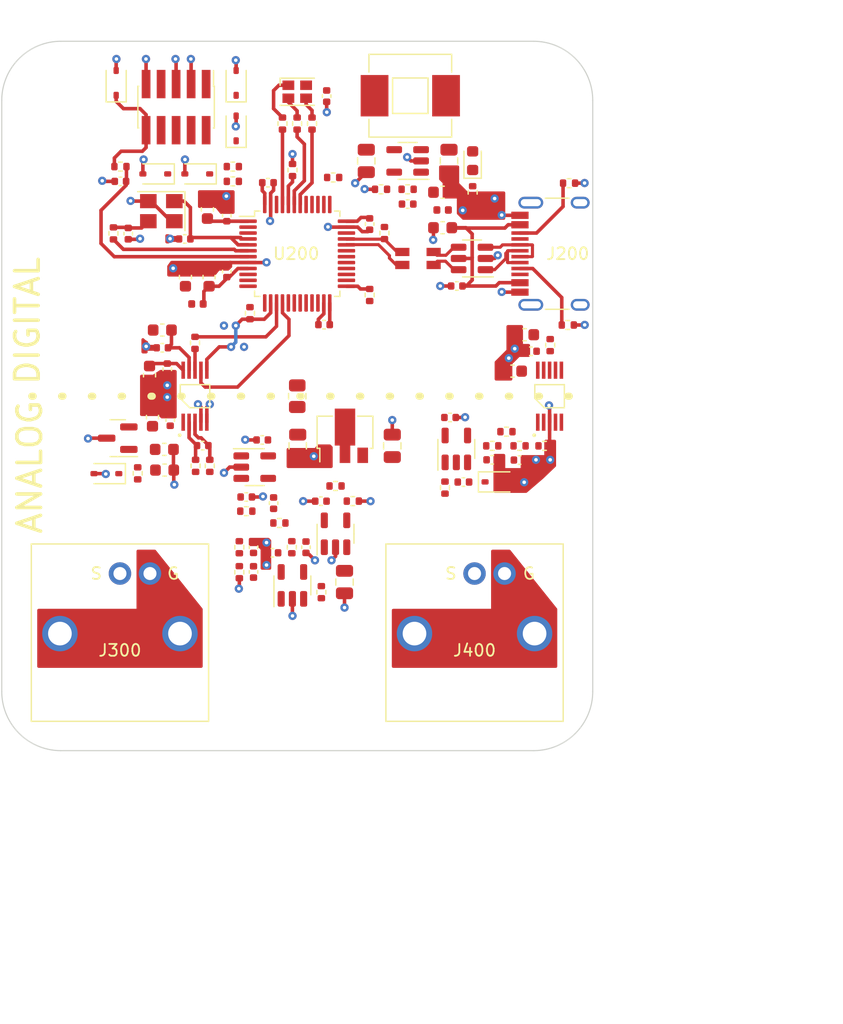
<source format=kicad_pcb>
(kicad_pcb (version 20221018) (generator pcbnew)
  (layers (0 "F.Cu" signal) (1 "In1.Cu" power) (2 "In2.Cu" power) (31 "B.Cu" signal) (34 "B.Paste" user) (35 "F.Paste" user) (36 "B.SilkS" user "B.Silkscreen") (37 "F.SilkS" user "F.Silkscreen") (38 "B.Mask" user) (39 "F.Mask" user) (44 "Edge.Cuts" user))
  (net 0 "")
  (net 1 "VBUS")
  (net 2 "GND")
  (net 3 "+5V")
  (net 4 "/Power/+5V_FILT")
  (net 5 "+3.3VA")
  (net 6 "+3V3")
  (net 7 "/Power/BUCK_FB")
  (net 8 "/Power/VREF")
  (net 9 "VDDA")
  (net 10 "/MCU/HSE_IN")
  (net 11 "/MCU/XTAL_IN")
  (net 12 "/MCU/NRST")
  (net 13 "/ADC/IN_RF")
  (net 14 "/ADC/IN_BUF")
  (net 15 "Net-(C303-Pad1)")
  (net 16 "/ADC/IN_AA_BUF_IN")
  (net 17 "Net-(C305-Pad1)")
  (net 18 "/ADC/IN_AA_BUF_OUT")
  (net 19 "/ADC/ADC_IN+")
  (net 20 "/ADC/ADC_IN-")
  (net 21 "/ADC/ADC_VREF_VIN")
  (net 22 "/ADC/ADC_VREF")
  (net 23 "/DAC/DAC_VREF")
  (net 24 "Net-(C403-Pad1)")
  (net 25 "/DAC/OUT_AA_BUF_IN")
  (net 26 "Net-(C405-Pad1)")
  (net 27 "/DAC/OUT_AA_BUF_OUT")
  (net 28 "/Power/LED_PWR_K")
  (net 29 "/MCU/LED_G_K")
  (net 30 "/MCU/LED_R_K")
  (net 31 "/MCU/LED_B_K")
  (net 32 "/MCU/CONN_SWDIO")
  (net 33 "/MCU/CONN_SWCLK")
  (net 34 "/MCU/CONN_SWO")
  (net 35 "/MCU/CONN_NRST")
  (net 36 "/ADC/IN")
  (net 37 "/DAC/OUT")
  (net 38 "/MCU/USB_CONN_CC1")
  (net 39 "/MCU/USB_CONN_D+")
  (net 40 "/MCU/USB_CONN_D-")
  (net 42 "/MCU/USB_CONN_CC2")
  (net 47 "/Power/BUCK_SW")
  (net 48 "/MCU/USB_CMC_D-")
  (net 49 "/MCU/USB_CMC_D+")
  (net 50 "/MCU/USB_D+")
  (net 51 "/MCU/USB_D-")
  (net 52 "/MCU/BOOT0")
  (net 53 "/MCU/HSE_OUT")
  (net 54 "SPI2_NSS")
  (net 55 "SPI1_NSS")
  (net 56 "/MCU/TIM4_CH3")
  (net 57 "/MCU/TIM4_CH1")
  (net 58 "/MCU/TIM4_CH2")
  (net 59 "/MCU/SWDIO")
  (net 60 "/MCU/SWCLK")
  (net 61 "/MCU/SWO")
  (net 62 "VCOM")
  (net 63 "/ADC/IN_BUF_OUT")
  (net 64 "SPI1_SCK")
  (net 65 "/ADC/ADC_SCLK")
  (net 66 "SPI2_SCK")
  (net 67 "/DAC/DAC_SCLK")
  (net 68 "/DAC/DAC_OUT_B")
  (net 69 "/DAC/DAC_OUT_A")
  (net 77 "SPI1_MISO")
  (net 81 "DAC_NCLR")
  (net 82 "DAC_NLDAC")
  (net 85 "SPI2_MOSI")
  (footprint "Capacitor_SMD:C_0402_1005Metric" (layer "F.Cu") (at 145.74 107.795 -90)
    (fp_text reference "C303")
    (fp_text value "1n")
  )
  (footprint "Capacitor_SMD:C_0805_2012Metric" (layer "F.Cu") (at 157.84 75.12 -90)
    (fp_text reference "C105")
    (fp_text value "22u")
  )
  (footprint "Resistor_SMD:R_0402_1005Metric" (layer "F.Cu") (at 143.49 105.745)
    (fp_text reference "R304")
    (fp_text value "22k")
  )
  (footprint "Capacitor_SMD:C_0402_1005Metric" (layer "F.Cu") (at 142.04 98.72 180)
    (fp_text reference "C306")
    (fp_text value "100n")
  )
  (footprint "Resistor_SMD:R_0402_1005Metric" (layer "F.Cu") (at 140.1 109.905 90)
    (fp_text reference "R301")
    (fp_text value "2M2")
  )
  (footprint "Diode_SMD:D_SOD-323" (layer "F.Cu") (at 139.83 72.37 90)
    (fp_text reference "D202")
    (fp_text value "PESD3V3L1BA,115")
  )
  (footprint "Resistor_SMD:R_0402_1005Metric" (layer "F.Cu") (at 159.84 77.77 90)
    (fp_text reference "R103")
    (fp_text value "1k")
  )
  (footprint "Package_QFP:LQFP-48_7x7mm_P0.5mm" (layer "F.Cu") (at 145 82.97)
    (fp_text reference "U200")
    (fp_text value "STM32F103CBT6")
  )
  (footprint "Capacitor_SMD:C_0402_1005Metric" (layer "F.Cu") (at 147.27 88.97 180)
    (fp_text reference "C202")
    (fp_text value "100n")
  )
  (footprint "Capacitor_SMD:C_0402_1005Metric" (layer "F.Cu") (at 142.9 108.265 180)
    (fp_text reference "C302")
    (fp_text value "100n")
  )
  (footprint "Resistor_SMD:R_0402_1005Metric" (layer "F.Cu") (at 140.69 104.745)
    (fp_text reference "R305")
    (fp_text value "12k")
  )
  (footprint "Capacitor_SMD:C_0402_1005Metric" (layer "F.Cu") (at 143 104.065 90)
    (fp_text reference "C305")
    (fp_text value "1n")
  )
  (footprint "Capacitor_SMD:C_0402_1005Metric" (layer "F.Cu") (at 130.04 76.85 180)
    (fp_text reference "C212")
    (fp_text value "100n")
  )
  (footprint "Resistor_SMD:R_0402_1005Metric" (layer "F.Cu") (at 144.54 107.795 -90)
    (fp_text reference "R303")
    (fp_text value "6k8")
  )
  (footprint "Package_TO_SOT_SMD:SOT-23-5" (layer "F.Cu") (at 148.24 106.6575 90)
    (fp_text reference "U102")
    (fp_text value "MCP6001T-E/OT")
  )
  (footprint "Resistor_SMD:R_0402_1005Metric" (layer "F.Cu") (at 162.7 98.02)
    (fp_text reference "R403")
    (fp_text value "22k")
  )
  (footprint "Resistor_SMD:R_0402_1005Metric" (layer "F.Cu") (at 130.04 75.6 180)
    (fp_text reference "R213")
    (fp_text value "49R9")
  )
  (footprint "Resistor_SMD:R_0402_1005Metric" (layer "F.Cu") (at 139.55 75.6 180)
    (fp_text reference "R211")
    (fp_text value "49R9")
  )
  (footprint "Capacitor_SMD:C_0603_1608Metric" (layer "F.Cu") (at 137.4 79.22 90)
    (fp_text reference "C200")
    (fp_text value "10u")
  )
  (footprint "Resistor_SMD:R_0402_1005Metric" (layer "F.Cu") (at 129.45 81.25 90)
    (fp_text reference "R201")
    (fp_text value "0R")
  )
  (footprint "Capacitor_SMD:C_0402_1005Metric" (layer "F.Cu") (at 139.04 79.74 90)
    (fp_text reference "C201")
    (fp_text value "100n")
  )
  (footprint "Capacitor_SMD:C_0805_2012Metric" (layer "F.Cu") (at 150.84 75.12 -90)
    (fp_text reference "C104")
    (fp_text value "22u")
  )
  (footprint "Capacitor_SMD:C_0402_1005Metric" (layer "F.Cu") (at 151.1275 80.46 -90)
    (fp_text reference "C203")
    (fp_text value "100n")
  )
  (footprint "Resistor_SMD:R_0402_1005Metric" (layer "F.Cu") (at 167.89 89)
    (fp_text reference "R205")
    (fp_text value "5k1")
  )
  (footprint "Resistor_SMD:R_0402_1005Metric" (layer "F.Cu") (at 146.25 71.96 90)
    (fp_text reference "R207")
    (fp_text value "1k")
  )
  (footprint "Capacitor_SMD:C_0603_1608Metric" (layer "F.Cu") (at 137.54 84.945 90)
    (fp_text reference "C206")
    (fp_text value "1u")
  )
  (footprint "Capacitor_SMD:C_0603_1608Metric" (layer "F.Cu") (at 164.235 89.82 180)
    (fp_text reference "C400")
    (fp_text value "10u")
  )
  (footprint "Resistor_SMD:R_0805_2012Metric" (layer "F.Cu") (at 145 95.02 90)
    (fp_text reference "R100")
    (fp_text value "10R")
  )
  (footprint "Connector_PinHeader_1.27mm:PinHeader_2x05_P1.27mm_Vertical_SMD" (layer "F.Cu") (at 134.75 70.57 -90)
    (fp_text reference "J201")
    (fp_text value "2x5 1.27mm")
  )
  (footprint "Capacitor_SMD:C_0402_1005Metric" (layer "F.Cu") (at 158.5 85.7 180)
    (fp_text reference "C210")
    (fp_text value "100n")
  )
  (footprint "LED_SMD:LED_0603_1608Metric" (layer "F.Cu") (at 159.84 75.1 90)
    (fp_text reference "D100")
    (fp_text value "GREEN")
  )
  (footprint "Capacitor_SMD:C_0402_1005Metric" (layer "F.Cu") (at 130.7 81.27 -90)
    (fp_text reference "C209")
    (fp_text value "10p")
  )
  (footprint "Resistor_SMD:R_0402_1005Metric" (layer "F.Cu") (at 136.4 100.91 -90)
    (fp_text reference "R306")
    (fp_text value "1k")
  )
  (footprint "Connector_USB:USB_C_Receptacle_HRO_TYPE-C-31-M-12" (layer "F.Cu") (at 167.89 82.97 90)
    (fp_text reference "J200")
    (fp_text value "USB_C_Receptacle_USB2.0")
  )
  (footprint "Resistor_SMD:R_0402_1005Metric" (layer "F.Cu") (at 140.1 107.795 90)
    (fp_text reference "R300")
    (fp_text value "1k")
  )
  (footprint "PhilsLab_Footprints_KiCad6:AMPHENOL-BNC-031-5640-1010" (layer "F.Cu") (at 160 110.02 180)
    (fp_text reference "J400")
    (fp_text value "031-5640-1010")
  )
  (footprint "Package_TO_SOT_SMD:SOT-23-5" (layer "F.Cu") (at 154.34 75.12 180)
    (fp_text reference "U101")
    (fp_text value "TLV62569DBV")
  )
  (footprint "Package_TO_SOT_SMD:SOT-23-5" (layer "F.Cu") (at 158.46 99.4825 90)
    (fp_text reference "U401")
    (fp_text value "MCP6001T-E/OT")
  )
  (footprint "PhilsLab_Footprints_KiCad6:MWSA0603S" (layer "F.Cu") (at 154.565 69.605)
    (fp_text reference "L101")
    (fp_text value "15u")
  )
  (footprint "Resistor_SMD:R_0402_1005Metric" (layer "F.Cu") (at 136.35 90.51 -90)
    (fp_text reference "R309")
    (fp_text value "0R")
  )
  (footprint "Capacitor_SMD:C_0805_2012Metric" (layer "F.Cu") (at 153.04 99.22 90)
    (fp_text reference "C103")
    (fp_text value "22u")
  )
  (footprint "Crystal:Crystal_SMD_3225-4Pin_3.2x2.5mm" (layer "F.Cu") (at 133.5 79.37 180)
    (fp_text reference "Y200")
    (fp_text value "16MHz")
  )
  (footprint "Capacitor_SMD:C_0402_1005Metric" (layer "F.Cu") (at 137 99.2)
    (fp_text reference "C307")
    (fp_text value "150p")
  )
  (footprint "Resistor_SMD:R_0402_1005Metric" (layer "F.Cu") (at 149.7 103.895 180)
    (fp_text reference "R105")
    (fp_text value "1k")
  )
  (footprint "Resistor_SMD:R_0402_1005Metric" (layer "F.Cu") (at 166.4 90.7 -90)
    (fp_text reference "R400")
    (fp_text value "0R")
  )
  (footprint "Capacitor_SMD:C_0603_1608Metric" (layer "F.Cu") (at 132.5025 93.245 -90)
    (fp_text reference "C312")
    (fp_text value "10u")
  )
  (footprint "Capacitor_SMD:C_0402_1005Metric" (layer "F.Cu") (at 161.5 100.4)
    (fp_text reference "C404")
    (fp_text value "150p")
  )
  (footprint "Package_TO_SOT_SMD:SOT-23" (layer "F.Cu") (at 129.815 98.57 180)
    (fp_text reference "U302")
    (fp_text value "REF3033AIDBZT")
  )
  (footprint "Resistor_SMD:R_0402_1005Metric" (layer "F.Cu") (at 151.1275 86.46 90)
    (fp_text reference "R202")
    (fp_text value "10k")
  )
  (footprint "Capacitor_SMD:C_0603_1608Metric" (layer "F.Cu") (at 157.3 80.77 180)
    (fp_text reference "C100")
    (fp_text value "1u")
  )
  (footprint "Capacitor_SMD:C_0805_2012Metric" (layer "F.Cu") (at 145.04 99.22 -90)
    (fp_text reference "C102")
    (fp_text value "22u")
  )
  (footprint "Capacitor_SMD:C_0402_1005Metric" (layer "F.Cu") (at 134.0025 92.74 -90)
    (fp_text reference "C313")
    (fp_text value "100n")
  )
  (footprint "Diode_SMD:D_SOD-323" (layer "F.Cu") (at 139.83 68.52 90)
    (fp_text reference "D201")
    (fp_text value "PESD3V3L1BA,115")
  )
  (footprint "Capacitor_SMD:C_0402_1005Metric" (layer "F.Cu") (at 133.584229 90.925838 180)
    (fp_text reference "C314")
    (fp_text value "100n")
  )
  (footprint "MountingHole:MountingHole_3.2mm_M3" (layer "F.Cu") (at 165 70)
    (fp_text reference "H2")
    (fp_text value "MountingHole")
  )
  (footprint "Diode_SMD:D_SOD-323" (layer "F.Cu") (at 128.8525 101.57 180)
    (fp_text reference "D300")
    (fp_text value "PESD3V3L1BA,115")
  )
  (footprint "Diode_SMD:D_SOD-323" (layer "F.Cu") (at 132.99 76.22 180)
    (fp_text reference "D204")
    (fp_text value "PESD3V3L1BA,115")
  )
  (footprint "Diode_SMD:D_SOD-323" (layer "F.Cu") (at 161.94 102.27)
    (fp_text reference "D400")
    (fp_text value "PESD3V3L1BA,115")
  )
  (footprint "Capacitor_SMD:C_0603_1608Metric" (layer "F.Cu") (at 157.3 77.77)
    (fp_text reference "C101")
    (fp_text value "1u")
  )
  (footprint "Capacitor_SMD:C_0402_1005Metric" (layer "F.Cu") (at 147 103.9 180)
    (fp_text reference "C108")
    (fp_text value "100n")
  )
  (footprint "MountingHole:MountingHole_3.2mm_M3" (layer "F.Cu") (at 125 70)
    (fp_text reference "H1")
    (fp_text value "MountingHole")
  )
  (footprint "Package_TO_SOT_SMD:SOT-23-5" (layer "F.Cu") (at 141.4025 101.02)
    (fp_text reference "U301")
    (fp_text value "MCP6001T-E/OT")
  )
  (footprint "Resistor_SMD:R_0402_1005Metric" (layer "F.Cu") (at 141 88 -90)
    (fp_text reference "R203")
    (fp_text value "10k")
  )
  (footprint "Capacitor_SMD:C_0402_1005Metric" (layer "F.Cu") (at 147.49 69.64 -90)
    (fp_text reference "C211")
    (fp_text value "100n")
  )
  (footprint "Capacitor_SMD:C_0603_1608Metric" (layer "F.Cu") (at 132.7525 96.785 90)
    (fp_text reference "C310")
    (fp_text value "10u")
  )
  (footprint "Capacitor_SMD:C_0603_1608Metric" (layer "F.Cu") (at 133.7775 101.27)
    (fp_text reference "C308")
    (fp_text value "10u")
  )
  (footprint "Resistor_SMD:R_0402_1005Metric" (layer "F.Cu") (at 131.5025 101.545 -90)
    (fp_text reference "R308")
    (fp_text value "49R9")
  )
  (footprint "Resistor_SMD:R_0402_1005Metric" (layer "F.Cu") (at 163.81 99.22)
    (fp_text reference "R402")
    (fp_text value "6k8")
  )
  (footprint "Resistor_SMD:R_0402_1005Metric" (layer "F.Cu") (at 144.99 71.96 90)
    (fp_text reference "R209")
    (fp_text value "1k")
  )
  (footprint "Inductor_SMD:L_0402_1005Metric" (layer "F.Cu") (at 136.555 87.22 180)
    (fp_text reference "L200")
    (fp_text value "10n")
  )
  (footprint "Resistor_SMD:R_0402_1005Metric" (layer "F.Cu") (at 139.55 76.85 180)
    (fp_text reference "R212")
    (fp_text value "49R9")
  )
  (footprint "Resistor_SMD:R_0402_1005Metric" (layer "F.Cu") (at 152.3775 81.22 -90)
    (fp_text reference "R204")
    (fp_text value "1k5")
  )
  (footprint "Resistor_SMD:R_0402_1005Metric" (layer "F.Cu") (at 144.6 75.89 90)
    (fp_text reference "R200")
    (fp_text value "10k")
  )
  (footprint "Capacitor_SMD:C_0402_1005Metric" (layer "F.Cu") (at 154.34 78.77 180)
    (fp_text reference "C106")
    (fp_text value "DNP")
  )
  (footprint "Capacitor_SMD:C_0402_1005Metric" (layer "F.Cu") (at 157.93 96.82)
    (fp_text reference "C406")
    (fp_text value "100n")
  )
  (footprint "Capacitor_SMD:C_0603_1608Metric" (layer "F.Cu") (at 133.584229 89.425838 180)
    (fp_text reference "C315")
    (fp_text value "10u")
  )
  (footprint "Capacitor_SMD:C_0402_1005Metric" (layer "F.Cu") (at 164.77 91.22 180)
    (fp_text reference "C401")
    (fp_text value "100n")
  )
  (footprint "Resistor_SMD:R_0402_1005Metric" (layer "F.Cu") (at 165.92 99.22)
    (fp_text reference "R401")
    (fp_text value "10k")
  )
  (footprint "Capacitor_SMD:C_0402_1005Metric" (layer "F.Cu") (at 141.3 109.885 90)
    (fp_text reference "C301")
    (fp_text value "100n")
  )
  (footprint "MountingHole:MountingHole_3.2mm_M3" (layer "F.Cu") (at 145 120)
    (fp_text reference "H3")
    (fp_text value "MountingHole")
  )
  (footprint "Capacitor_SMD:C_0402_1005Metric" (layer "F.Cu") (at 142.52 76.96)
    (fp_text reference "C204")
    (fp_text value "100n")
  )
  (footprint "PhilsLab_Footprints_KiCad6:VSSOP-10" (layer "F.Cu") (at 166.35 95.02)
    (fp_text reference "U400")
    (fp_text value "DAC7563SDGSR")
  )
  (footprint "Capacitor_SMD:C_0402_1005Metric" (layer "F.Cu") (at 163.81 100.42)
    (fp_text reference "C403")
    (fp_text value "1n")
  )
  (footprint "PhilsLab_Footprints_KiCad6:VSSOP-10" (layer "F.Cu") (at 136.35 95.02)
    (fp_text reference "U303")
    (fp_text value "ADC141S626CIMM_NOPB")
  )
  (footprint "Resistor_SMD:R_0402_1005Metric" (layer "F.Cu") (at 157.5 102.7525 90)
    (fp_text reference "R405")
    (fp_text value "49R9")
  )
  (footprint "Capacitor_SMD:C_0402_1005Metric" (layer "F.Cu") (at 159.06 102.2825 180)
    (fp_text reference "C405")
    (fp_text value "1n")
  )
  (footprint "Capacitor_SMD:C_0603_1608Metric" (layer "F.Cu") (at 135.54 84.945 90)
    (fp_text reference "C207")
    (fp_text value "1u")
  )
  (footprint "Capacitor_SMD:C_0402_1005Metric" (layer "F.Cu") (at 141.3 107.795 90)
    (fp_text reference "C300")
    (fp_text value "150p")
  )
  (footprint "Capacitor_SMD:C_0805_2012Metric" (layer "F.Cu") (at 149 110.74 -90)
    (fp_text reference "C107")
    (fp_text value "22u")
  )
  (footprint "PhilsLab_Footprints_KiCad6:CMC-1206" (layer "F.Cu") (at 155.215 83.37 180)
    (fp_text reference "L201")
    (fp_text value "CMF3216F-900-2P-T")
  )
  (footprint "Capacitor_SMD:C_0402_1005Metric" (layer "F.Cu") (at 139.04 84.47 90)
    (fp_text reference "C205")
    (fp_text value "10n")
  )
  (footprint "Package_TO_SOT_SMD:SOT-89-3" (layer "F.Cu") (at 149.04 98.07 90)
    (fp_text reference "U100")
    (fp_text value "HT7533-1")
  )
  (footprint "Resistor_SMD:R_0402_1005Metric" (layer "F.Cu") (at 152.09 77.52)
    (fp_text reference "R102")
    (fp_text value "22k")
  )
  (footprint "1_Jayce_General:LED_Cree-PLCC4_2x2mm_CW" (layer "F.Cu") (at 145 69.27)
    (fp_text reference "D200")
    (fp_text value "LED_RGB_E6C1206RGBC3UDA")
  )
  (footprint "Resistor_SMD:R_0402_1005Metric" (layer "F.Cu") (at 154.34 77.52)
    (fp_text reference "R101")
    (fp_text value "100k")
  )
  (footprint "Resistor_SMD:R_0402_1005Metric" (layer "F.Cu") (at 148.24 102.615 180)
    (fp_text reference "R104")
    (fp_text value "1k")
  )
  (footprint "Capacitor_SMD:C_0603_1608Metric" (layer "F.Cu") (at 163.21 92.9 180)
    (fp_text reference "C402")
    (fp_text value "1u")
  )
  (footprint "Resistor_SMD:R_0402_1005Metric" (layer "F.Cu") (at 143.75 71.96 90)
    (fp_text reference "R208")
    (fp_text value "1k")
  )
  (footprint "Resistor_SMD:R_0402_1005Metric" (layer "F.Cu") (at 137.6 100.91 -90)
    (fp_text reference "R307")
    (fp_text value "1k")
  )
  (footprint "Resistor_SMD:R_0402_1005Metric" (layer "F.Cu") (at 148.04 76.52 180)
    (fp_text reference "R210")
    (fp_text value "49R9")
  )
  (footprint "Capacitor_SMD:C_0402_1005Metric" (layer "F.Cu") (at 140.69 103.545)
    (fp_text reference "C304")
    (fp_text value "150p")
  )
  (footprint "Resistor_SMD:R_0402_1005Metric" (layer "F.Cu") (at 161.5 99.22)
    (fp_text reference "R404")
    (fp_text value "12k")
  )
  (footprint "Package_TO_SOT_SMD:SOT-23-6" (layer "F.Cu") (at 159.79 83.37 180)
    (fp_text reference "U201")
    (fp_text value "USBLC6-2SC6")
  )
  (footprint "Resistor_SMD:R_0402_1005Metric" (layer "F.Cu") (at 168 77)
    (fp_text reference "R206")
    (fp_text value "5k1")
  )
  (footprint "Capacitor_SMD:C_0603_1608Metric" (layer "F.Cu") (at 133.7525 99.52)
    (fp_text reference "C309")
    (fp_text value "10u")
  )
  (footprint "Capacitor_SMD:C_0402_1005Metric" (layer "F.Cu") (at 135.48 81.72 180)
    (fp_text reference "C208")
    (fp_text value "10p")
  )
  (footprint "Package_TO_SOT_SMD:SOT-23-5" (layer "F.Cu") (at 144.59 111.025 90)
    (fp_text reference "U300")
    (fp_text value "MCP6001T-E/OT")
  )
  (footprint "Diode_SMD:D_SOD-323" (layer "F.Cu") (at 129.68 68.52 90)
    (fp_text reference "D205")
    (fp_text value "PESD3V3L1BA,115")
  )
  (footprint "Resistor_SMD:R_0402_1005Metric" (layer "F.Cu") (at 147.04 111.595 90)
    (fp_text reference "R302")
    (fp_text value "2M2")
  )
  (footprint "PhilsLab_Footprints_KiCad6:AMPHENOL-BNC-031-5640-1010" (layer "F.Cu") (at 130 110.02 180)
    (fp_text reference "J300")
    (fp_text value "031-5640-1010")
  )
  (footprint "Inductor_SMD:L_0402_1005Metric" (layer "F.Cu") (at 157.3 79.27 180)
    (fp_text reference "L100")
    (fp_text value "10n")
  )
  (footprint "Capacitor_SMD:C_0402_1005Metric" (layer "F.Cu") (at 134.2525 97.04 90)
    (fp_text reference "C311")
    (fp_text value "100n")
  )
  (footprint "Diode_SMD:D_SOD-323" (layer "F.Cu") (at 136.54 76.22 180)
    (fp_text reference "D203")
    (fp_text value "PESD3V3L1BA,115")
  )
  (gr_line (start 122.54 95.02) (end 168.54 95.02) (stroke (width 0.6) (type dot)) (layer "F.SilkS"))
  (gr_line (start 170 120) (end 170 70) (stroke (width 0.1)) (layer "Edge.Cuts"))
  (gr_arc (start 165 65) (mid 168.535534 66.464466) (end 170 70) (stroke (width 0.1)) (layer "Edge.Cuts"))
  (gr_arc (start 170 120) (mid 168.535534 123.535534) (end 165 125) (stroke (width 0.1)) (layer "Edge.Cuts"))
  (gr_line (start 165 65) (end 125 65) (stroke (width 0.1)) (layer "Edge.Cuts"))
  (gr_arc (start 125 125) (mid 121.464466 123.535534) (end 120 120) (stroke (width 0.1)) (layer "Edge.Cuts"))
  (gr_arc (start 120 70) (mid 121.464466 66.464466) (end 125 65) (stroke (width 0.1)) (layer "Edge.Cuts"))
  (gr_line (start 120 70) (end 120 120) (stroke (width 0.1)) (layer "Edge.Cuts"))
  (gr_line (start 125 125) (end 165 125) (stroke (width 0.1)) (layer "Edge.Cuts"))
  (gr_text "DIGITAL" (at 123.34 94.22 90) (layer "F.SilkS") (effects (font (size 2 2) (thickness 0.3)) (justify left bottom)))
  (gr_text "ANALOG" (at 123.54 106.82 90) (layer "F.SilkS") (effects (font (size 2 2) (thickness 0.3)) (justify left bottom)))
  (segment (start 162.09005 85.42) (end 161.81005 85.7) (width 0.3) (layer "F.Cu") (net 1))
  (segment (start 158.105 80.8) (end 158.075 80.77) (width 0.3) (layer "F.Cu") (net 1))
  (segment (start 162.8475 80.52) (end 162.5675 80.8) (width 0.3) (layer "F.Cu") (net 1))
  (segment (start 159.8 81.3) (end 159.8 85.2) (width 0.3) (layer "F.Cu") (net 1))
  (segment (start 158.6525 83.37) (end 159.73 83.37) (width 0.3) (layer "F.Cu") (net 1))
  (segment (start 163.845 80.52) (end 162.8475 80.52) (width 0.3) (layer "F.Cu") (net 1))
  (segment (start 159.27 80.77) (end 159.8 81.3) (width 0.3) (layer "F.Cu") (net 1))
  (segment (start 163.845 85.42) (end 162.09005 85.42) (width 0.3) (layer "F.Cu") (net 1))
  (segment (start 159.73 83.37) (end 159.8 83.3) (width 0.3) (layer "F.Cu") (net 1))
  (segment (start 161.81005 85.7) (end 159.3 85.7) (width 0.3) (layer "F.Cu") (net 1))
  (segment (start 159.8 85.2) (end 159.3 85.7) (width 0.3) (layer "F.Cu") (net 1))
  (segment (start 162.5675 80.8) (end 158.105 80.8) (width 0.3) (layer "F.Cu") (net 1))
  (segment (start 159.3 85.7) (end 158.95 85.7) (width 0.3) (layer "F.Cu") (net 1))
  (segment (start 158.075 80.77) (end 159.27 80.77) (width 0.3) (layer "F.Cu") (net 1))
  (segment (start 127.33 98.57) (end 127.3 98.6) (width 0.3) (layer "F.Cu") (net 2))
  (segment (start 169.31 89) (end 169.32 88.99) (width 0.3) (layer "F.Cu") (net 2))
  (segment (start 147.25 88.05) (end 146.79 88.51) (width 0.3) (layer "F.Cu") (net 2))
  (segment (start 140.8375 83.72) (end 142.38 83.72) (width 0.3) (layer "F.Cu") (net 2))
  (segment (start 150.21 103.895) (end 151.195 103.895) (width 0.3) (layer "F.Cu") (net 2))
  (segment (start 153.04 98.27) (end 153.04 97.04) (width 0.3) (layer "F.Cu") (net 2))
  (segment (start 139.28 101.02) (end 138.8 101.5) (width 0.3) (layer "F.Cu") (net 2))
  (segment (start 168.4 89) (end 169.31 89) (width 0.3) (layer "F.Cu") (net 2))
  (segment (start 134.32 80.22) (end 132.62 78.52) (width 0.3) (layer "F.Cu") (net 2))
  (segment (start 149.1625 80.72) (end 150.12 80.72) (width 0.3) (layer "F.Cu") (net 2))
  (segment (start 143 77.6) (end 143 76.96) (width 0.3) (layer "F.Cu") (net 2))
  (segment (start 169.3 77) (end 169.31 76.99) (width 0.3) (layer "F.Cu") (net 2))
  (segment (start 134.5275 101.245) (end 134.5525 101.27) (width 0.3) (layer "F.Cu") (net 2))
  (segment (start 136.02 68.62) (end 136.02 66.52) (width 0.3) (layer "F.Cu") (net 2))
  (segment (start 142.38 83.72) (end 142.4 83.7) (width 0.3) (layer "F.Cu") (net 2))
  (segment (start 168.39 77) (end 169.3 77) (width 0.3) (layer "F.Cu") (net 2))
  (segment (start 141.56 98.72) (end 140.62 98.72) (width 0.3) (layer "F.Cu") (net 2))
  (segment (start 146.52 103.9) (end 145.5 103.9) (width 0.3) (layer "F.Cu") (net 2))
  (segment (start 163.845 79.72) (end 162.32 79.72) (width 0.3) (layer "F.Cu") (net 2))
  (segment (start 161.963924 83.100056) (end 161.69398 83.37) (width 0.3) (layer "F.Cu") (net 2))
  (segment (start 147.49 70.99) (end 147.5 71) (width 0.3) (layer "F.Cu") (net 2))
  (segment (start 139.83 67.47) (end 139.83 66.63) (width 0.3) (layer "F.Cu") (net 2))
  (segment (start 155.4775 75.12) (end 154.62 75.12) (width 0.3) (layer "F.Cu") (net 2))
  (segment (start 142.75 78.8075) (end 142.75 80.15) (width 0.3) (layer "F.Cu") (net 2))
  (segment (start 144.6 113.6) (end 144.59 113.59) (width 0.3) (layer "F.Cu") (net 2))
  (segment (start 130.7 81.75) (end 131.65 81.75) (width 0.3) (layer "F.Cu") (net 2))
  (segment (start 166.35 97.22) (end 166.35 95.85) (width 0.3) (layer "F.Cu") (net 2))
  (segment (start 158.075 77.77) (end 158.075 78.075) (width 0.3) (layer "F.Cu") (net 2))
  (segment (start 150.84 76.07) (end 150.83 76.07) (width 0.3) (layer "F.Cu") (net 2))
  (segment (start 131.94 75.06) (end 132 75) (width 0.3) (layer "F.Cu") (net 2))
  (segment (start 142.75 78.8075) (end 142.75 77.85) (width 0.3) (layer "F.Cu") (net 2))
  (segment (start 144.59 113.59) (end 144.59 112.1625) (width 0.3) (layer "F.Cu") (net 2))
  (segment (start 147.49 70.12) (end 147.49 70.99) (width 0.3) (layer "F.Cu") (net 2))
  (segment (start 139.83 66.63) (end 139.8 66.6) (width 0.3) (layer "F.Cu") (net 2))
  (segment (start 134.75 66.55) (end 134.7 66.5) (width 0.3) (layer "F.Cu") (net 2))
  (segment (start 153 97) (end 153.04 97.04) (width 0.3) (layer "F.Cu") (net 2))
  (segment (start 127.8025 101.57) (end 128.77 101.57) (width 0.3) (layer "F.Cu") (net 2))
  (segment (start 134.5525 102.4525) (end 134.6 102.5) (width 0.3) (layer "F.Cu") (net 2))
  (segment (start 134.5525 101.27) (end 134.5525 102.4525) (width 0.3) (layer "F.Cu") (net 2))
  (segment (start 137.6 95.7) (end 137.35 95.95) (width 0.3) (layer "F.Cu") (net 2))
  (segment (start 139.83 71.32) (end 139.83 72.17) (width 0.3) (layer "F.Cu") (net 2))
  (segment (start 130.92 78.52) (end 130.9 78.5) (width 0.3) (layer "F.Cu") (net 2))
  (segment (start 136.02 66.52) (end 136 66.5) (width 0.3) (layer "F.Cu") (net 2))
  (segment (start 148.24 108.56) (end 148.24 107.795) (width 0.3) (layer "F.Cu") (net 2))
  (segment (start 157.84 77.535) (end 158.075 77.77) (width 0.3) (layer "F.Cu") (net 2))
  (segment (start 154.62 75.12) (end 154.3 74.8) (width 0.3) (layer "F.Cu") (net 2))
  (segment (start 163.845 86.22) (end 162.32 86.22) (width 0.3) (layer "F.Cu") (net 2))
  (segment (start 141.17 103.545) (end 142.055 103.545) (width 0.3) (layer "F.Cu") (net 2))
  (segment (start 147.25 87.1325) (end 147.25 88.05) (width 0.3) (layer "F.Cu") (net 2))
  (segment (start 166.35 95.85) (end 166.3 95.8) (width 0.3) (layer "F.Cu") (net 2))
  (segment (start 131.65 81.75) (end 131.7 81.7) (width 0.3) (layer "F.Cu") (net 2))
  (segment (start 151.58 77.52) (end 150.72 77.52) (width 0.3) (layer "F.Cu") (net 2))
  (segment (start 140.62 98.72) (end 140.6 98.7) (width 0.3) (layer "F.Cu") (net 2))
  (segment (start 129.68 66.52) (end 129.7 66.5) (width 0.3) (layer "F.Cu") (net 2))
  (segment (start 142.75 80.15) (end 142.7 80.2) (width 0.3) (layer "F.Cu") (net 2))
  (segment (start 161.69398 83.37) (end 160.9275 83.37) (width 0.3) (layer "F.Cu") (net 2))
  (segment (start 135.49 75.01) (end 135.5 75) (width 0.3) (layer "F.Cu") (net 2))
  (segment (start 146.79 88.51) (end 146.79 88.97) (width 0.3) (layer "F.Cu") (net 2))
  (segment (start 150.5 81.1) (end 150.9675 81.1) (width 0.3) (layer "F.Cu") (net 2))
  (segment (start 162.32 86.22) (end 162.3 86.2) (width 0.3) (layer "F.Cu") (net 2))
  (segment (start 139.83 72.17) (end 139.8 72.2) (width 0.3) (layer "F.Cu") (net 2))
  (segment (start 158.41 96.82) (end 159.18 96.82) (width 0.3) (layer "F.Cu") (net 2))
  (segment (start 159.18 96.82) (end 159.2 96.8) (width 0.3) (layer "F.Cu") (net 2))
  (segment (start 137.35 95.95) (end 137.35 97.22) (width 0.3) (layer "F.Cu") (net 2))
  (segment (start 132.4 78.52) (end 130.92 78.52) (width 0.3) (layer "F.Cu") (net 2))
  (segment (start 136.85 95.95) (end 136.85 97.22) (width 0.3) (layer "F.Cu") (net 2))
  (segment (start 139.31 83.72) (end 139.04 83.99) (width 0.3) (layer "F.Cu") (net 2))
  (segment (start 145.875 108.275) (end 145.74 108.275) (width 0.3) (layer "F.Cu") (net 2))
  (segment (start 142.75 77.85) (end 143 77.6) (width 0.3) (layer "F.Cu") (net 2))
  (segment (start 147.9 108.9) (end 148.24 108.56) (width 0.3) (layer "F.Cu") (net 2))
  (segment (start 131.94 76.22) (end 131.94 75.06) (width 0.3) (layer "F.Cu") (net 2))
  (segment (start 144.6 74.54) (end 144.6 75.38) (width 0.3) (layer "F.Cu") (net 2))
  (segment (start 158.02 85.7) (end 157.1 85.7) (width 0.3) (layer "F.Cu") (net 2))
  (segment (start 134.5275 99.52) (end 134.5275 101.245) (width 0.3) (layer "F.Cu") (net 2))
  (segment (start 150.72 77.52) (end 150.7 77.5) (width 0.3) (layer "F.Cu") (net 2))
  (segment (start 134.6 80.22) (end 134.32 80.22) (width 0.3) (layer "F.Cu") (net 2))
  (segment (start 146.5 108.9) (end 145.875 108.275) (width 0.3) (layer "F.Cu") (net 2))
  (segment (start 149 111.69) (end 149 112.9) (width 0.3) (layer "F.Cu") (net 2))
  (segment (start 162.32 79.72) (end 162.3 79.7) (width 0.3) (layer "F.Cu") (net 2))
  (segment (start 140.265 101.02) (end 139.28 101.02) (width 0.3) (layer "F.Cu") (net 2))
  (segment (start 150.12 80.72) (end 150.5 81.1) (width 0.3) (layer "F.Cu") (net 2))
  (segment (start 147.62 80.72) (end 147.6 80.7) (width 0.3) (layer "F.Cu") (net 2))
  (segment (start 129.68 67.47) (end 129.68 66.52) (width 0.3) (layer "F.Cu") (net 2))
  (segment (start 140.1 111.26) (end 140.06 111.3) (width 0.3) (layer "F.Cu") (net 2))
  (segment (start 142.055 103.545) (end 142.1 103.5) (width 0.3) (layer "F.Cu") (net 2))
  (segment (start 132.21 66.51) (end 132.2 66.5) (width 0.3) (layer "F.Cu") (net 2))
  (segment (start 159.82 78.3) (end 159.84 78.28) (width 0.3) (layer "F.Cu") (net 2))
  (segment (start 149.1625 80.72) (end 147.62 80.72) (width 0.3) (layer "F.Cu") (net 2))
  (segment (start 156.525 81.775) (end 156.5 81.8) (width 0.3) (layer "F.Cu") (net 2))
  (segment (start 140.1 110.415) (end 140.1 111.26) (width 0.3) (layer "F.Cu") (net 2))
  (segment (start 150.9675 81.1) (end 151.1275 80.94) (width 0.3) (layer "F.Cu") (net 2))
  (segment (start 129.56 76.85) (end 128.55 76.85) (width 0.3) (layer "F.Cu") (net 2))
  (segment (start 150.83 76.07) (end 149.9 77) (width 0.3) (layer "F.Cu") (net 2))
  (segment (start 128.77 101.57) (end 128.8 101.6) (width 0.3) (layer "F.Cu") (net 2))
  (segment (start 128.8775 98.57) (end 127.33 98.57) (width 0.3) (layer "F.Cu") (net 2))
  (segment (start 151.195 103.895) (end 151.2 103.9) (width 0.3) (layer "F.Cu") (net 2))
  (segment (start 128.55 76.85) (end 128.5 76.8) (width 0.3) (layer "F.Cu") (net 2))
  (segment (start 132.21 68.62) (end 132.21 66.51) (width 0.3) (layer "F.Cu") (net 2))
  (segment (start 140.8375 83.72) (end 139.31 83.72) (width 0.3) (layer "F.Cu") (net 2))
  (segment (start 132.7525 96.01) (end 133.09 96.01) (width 0.3) (layer "F.Cu") (net 2))
  (segment (start 135.49 76.22) (end 135.49 75.01) (width 0.3) (layer "F.Cu") (net 2))
  (segment (start 132.62 78.52) (end 132.4 78.52) (width 0.3) (layer "F.Cu") (net 2))
  (segment (start 162.3 86.2) (end 162.2 86.1) (width 0.3) (layer "F.Cu") (net 2))
  (segment (start 136.6 95.7) (end 136.85 95.95) (width 0.3) (layer "F.Cu") (net 2))
  (segment (start 134.75 68.62) (end 134.75 66.55) (width 0.3) (layer "F.Cu") (net 2))
  (segment (start 156.525 80.77) (end 156.525 81.775) (width 0.3) (layer "F.Cu") (net 2))
  (via (at 165.2 100.4) (size 0.7) (drill 0.3) (layers "F.Cu" "B.Cu") (net 2))
  (via (at 139.8 66.6) (size 0.7) (drill 0.3) (layers "F.Cu" "B.Cu") (net 2))
  (via (at 132.2 66.5) (size 0.7) (drill 0.3) (layers "F.Cu" "B.Cu") (net 2))
  (via (at 142.4 83.7) (size 0.7) (drill 0.3) (layers "F.Cu" "B.Cu") (net 2))
  (via (at 145.5 103.9) (size 0.7) (drill 0.3) (layers "F.Cu" "B.Cu") (net 2))
  (via (at 128.5 76.8) (size 0.7) (drill 0.3) (layers "F.Cu" "B.Cu") (net 2))
  (via (at 164.2 102.3) (size 0.7) (drill 0.3) (layers "F.Cu" "B.Cu") (net 2))
  (via (at 159 79.3) (size 0.7) (drill 0.3) (layers "F.Cu" "B.Cu") (net 2))
  (via (at 159.2 96.8) (size 0.7) (drill 0.3) (layers "F.Cu" "B.Cu") (net 2))
  (via (at 153.04 97.04) (size 0.7) (drill 0.3) (layers "F.Cu" "B.Cu") (net 2))
  (via (at 146.5 108.9) (size 0.7) (drill 0.3) (layers "F.Cu" "B.Cu") (net 2))
  (via (at 161.963924 83.100056) (size 0.7) (drill 0.3) (layers "F.Cu" "B.Cu") (net 2))
  (via (at 127.3 98.6) (size 0.7) (drill 0.3) (layers "F.Cu" "B.Cu") (net 2))
  (via (at 169.31 76.99) (size 0.7) (drill 0.3) (layers "F.Cu" "B.Cu") (net 2))
  (via (at 140.6 98.7) (size 0.7) (drill 0.3) (layers "F.Cu" "B.Cu") (net 2))
  (via (at 138.8 101.5) (size 0.7) (drill 0.3) (layers "F.Cu" "B.Cu") (net 2))
  (via (at 163.4 91) (size 0.7) (drill 0.3) (layers "F.Cu" "B.Cu") (net 2))
  (via (at 134.24 81.7) (size 0.7) (drill 0.3) (layers "F.Cu" "B.Cu") (net 2))
  (via (at 151.2 103.9) (size 0.7) (drill 0.3) (layers "F.Cu" "B.Cu") (net 2))
  (via (at 137.6 95.7) (size 0.7) (drill 0.3) (layers "F.Cu" "B.Cu") (net 2))
  (via (at 162.3 79.7) (size 0.7) (drill 0.3) (layers "F.Cu" "B.Cu") (net 2))
  (via (at 134 95.1) (size 0.7) (drill 0.3) (layers "F.Cu" "B.Cu") (net 2))
  (via (at 169.32 88.99) (size 0.7) (drill 0.3) (layers "F.Cu" "B.Cu") (net 2))
  (via (at 156.5 81.8) (size 0.7) (drill 0.3) (layers "F.Cu" "B.Cu") (net 2))
  (via (at 149.9 77) (size 0.7) (drill 0.3) (layers "F.Cu" "B.Cu") (net 2))
  (via (at 134 94.1) (size 0.7) (drill 0.3) (layers "F.Cu" "B.Cu") (net 2))
  (via (at 134.6 102.5) (size 0.7) (drill 0.3) (layers "F.Cu" "B.Cu") (net 2))
  (via (at 162.9 91.8) (size 0.7) (drill 0.3) (layers "F.Cu" "B.Cu") (net 2))
  (via (at 147.5 71) (size 0.7) (drill 0.3) (layers "F.Cu" "B.Cu") (net 2))
  (via (at 135.5 75) (size 0.7) (drill 0.3) (layers "F.Cu" "B.Cu") (net 2))
  (via (at 142.7 80.2) (size 0.7) (drill 0.3) (layers "F.Cu" "B.Cu") (net 2))
  (via (at 144.6 113.6) (size 0.7) (drill 0.3) (layers "F.Cu" "B.Cu") (net 2))
  (via (at 147.6 80.7) (size 0.7) (drill 0.3) (layers "F.Cu" "B.Cu") (net 2))
  (via (at 144.6 74.54) (size 0.7) (drill 0.3) (layers "F.Cu" "B.Cu") (net 2))
  (via (at 128.8 101.6) (size 0.7) (drill 0.3) (layers "F.Cu" "B.Cu") (net 2))
  (via (at 149 112.9) (size 0.7) (drill 0.3) (layers "F.Cu" "B.Cu") (net 2))
  (via (at 139 78.1) (size 0.7) (drill 0.3) (layers "F.Cu" "B.Cu") (net 2))
  (via (at 166.4 100.4) (size 0.7) (drill 0.3) (layers "F.Cu" "B.Cu") (net 2))
  (via (at 147.9 108.9) (size 0.7) (drill 0.3) (layers "F.Cu" "B.Cu") (net 2))
  (via (at 134.5 84.2) (size 0.7) (drill 0.3) (layers "F.Cu" "B.Cu") (net 2))
  (via (at 132.216729 90.805838) (size 0.7) (drill 0.3) (layers "F.Cu" "B.Cu") (net 2))
  (via (at 129.7 66.5) (size 0.7) (drill 0.3) (layers "F.Cu" "B.Cu") (net 2))
  (via (at 142.4 107.4) (size 0.7) (drill 0.3) (layers "F.Cu" "B.Cu") (net 2))
  (via (at 134.7 66.5) (size 0.7) (drill 0.3) (layers "F.Cu" "B.Cu") (net 2))
  (via (at 140.5 90.85) (size 0.7) (drill 0.3) (layers "F.Cu" "B.Cu") (net 2))
  (via (at 157.1 85.7) (size 0.7) (drill 0.3) (layers "F.Cu" "B.Cu") (net 2))
  (via (at 142.1 103.5) (size 0.7) (drill 0.3) (layers "F.Cu" "B.Cu") (net 2))
  (via (at 154.3 74.8) (size 0.7) (drill 0.3) (layers "F.Cu" "B.Cu") (net 2))
  (via (at 162.3 86.2) (size 0.7) (drill 0.3) (layers "F.Cu" "B.Cu") (net 2))
  (via (at 146.4 100.1) (size 0.7) (drill 0.3) (layers "F.Cu" "B.Cu") (net 2))
  (via (at 140.06 111.3) (size 0.7) (drill 0.3) (layers "F.Cu" "B.Cu") (net 2))
  (via (at 142.4 109.3) (size 0.7) (drill 0.3) (layers "F.Cu" "B.Cu") (net 2))
  (via (at 136.6 95.7) (size 0.7) (drill 0.3) (layers "F.Cu" "B.Cu") (net 2))
  (via (at 130.9 78.5) (size 0.7) (drill 0.3) (layers "F.Cu" "B.Cu") (net 2))
  (via (at 139.8 72.2) (size 0.7) (drill 0.3) (layers "F.Cu" "B.Cu") (net 2))
  (via (at 131.7 81.7) (size 0.7) (drill 0.3) (layers "F.Cu" "B.Cu") (net 2))
  (via (at 161.7 78.3) (size 0.7) (drill 0.3) (layers "F.Cu" "B.Cu") (net 2))
  (via (at 138.8 89.05) (size 0.7) (drill 0.3) (layers "F.Cu" "B.Cu") (net 2))
  (via (at 150.7 77.5) (size 0.7) (drill 0.3) (layers "F.Cu" "B.Cu") (net 2))
  (via (at 166.3 95.8) (size 0.7) (drill 0.3) (layers "F.Cu" "B.Cu") (net 2))
  (via (at 136 66.5) (size 0.7) (drill 0.3) (layers "F.Cu" "B.Cu") (net 2))
  (via (at 132 75) (size 0.7) (drill 0.3) (layers "F.Cu" "B.Cu") (net 2))
  (segment (start 134.79 92.26) (end 134.0025 92.26) (width 0.3) (layer "F.Cu") (net 5))
  (segment (start 132.7125 92.26) (end 132.5025 92.47) (width 0.3) (layer "F.Cu") (net 5))
  (segment (start 135.35 92.82) (end 134.79 92.26) (width 0.3) (layer "F.Cu") (net 5))
  (segment (start 134.0025 92.26) (end 132.7125 92.26) (width 0.3) (layer "F.Cu") (net 5))
  (segment (start 142.25 77.85) (end 142.04 77.64) (width 0.3) (layer "F.Cu") (net 6))
  (segment (start 142.25 78.8075) (end 142.25 77.85) (width 0.3) (layer "F.Cu") (net 6))
  (segment (start 135.030838 90.925838) (end 134.064229 90.925838) (width 0.3) (layer "F.Cu") (net 6))
  (segment (start 140.8375 80.22) (end 139.04 80.22) (width 0.3) (layer "F.Cu") (net 6))
  (segment (start 149.1625 80.22) (end 150.08 80.22) (width 0.3) (layer "F.Cu") (net 6))
  (segment (start 150.4 79.9) (end 151.0475 79.9) (width 0.3) (layer "F.Cu") (net 6))
  (segment (start 150.08 80.22) (end 150.4 79.9) (width 0.3) (layer "F.Cu") (net 6))
  (segment (start 147.75 87.1325) (end 147.75 88.97) (width 0.3) (layer "F.Cu") (net 6))
  (segment (start 135.85 91.745) (end 135.030838 90.925838) (width 0.3) (layer "F.Cu") (net 6))
  (segment (start 134.359229 90.630838) (end 134.064229 90.925838) (width 0.3) (layer "F.Cu") (net 6))
  (segment (start 139.04 80.22) (end 137.625 80.22) (width 0.3) (layer "F.Cu") (net 6))
  (segment (start 142.04 77.64) (end 142.04 76.96) (width 0.3) (layer "F.Cu") (net 6))
  (segment (start 151.0475 79.9) (end 151.1275 79.98) (width 0.3) (layer "F.Cu") (net 6))
  (segment (start 137.625 80.22) (end 137.4 79.995) (width 0.3) (layer "F.Cu") (net 6))
  (segment (start 134.359229 89.425838) (end 134.359229 90.630838) (width 0.3) (layer "F.Cu") (net 6))
  (segment (start 135.85 92.82) (end 135.85 91.745) (width 0.3) (layer "F.Cu") (net 6))
  (segment (start 137.1 86.16) (end 137.1 87.16) (width 0.3) (layer "F.Cu") (net 9))
  (segment (start 140.8375 84.22) (end 139.98 84.22) (width 0.3) (layer "F.Cu") (net 9))
  (segment (start 137.54 85.72) (end 137.1 86.16) (width 0.3) (layer "F.Cu") (net 9))
  (segment (start 139.04 84.95) (end 139.04 85.06) (width 0.3) (layer "F.Cu") (net 9))
  (segment (start 139.04 85.06) (end 138.38 85.72) (width 0.3) (layer "F.Cu") (net 9))
  (segment (start 138.38 85.72) (end 137.54 85.72) (width 0.3) (layer "F.Cu") (net 9))
  (segment (start 137.1 87.16) (end 137.04 87.22) (width 0.3) (layer "F.Cu") (net 9))
  (segment (start 139.98 84.22) (end 139.25 84.95) (width 0.3) (layer "F.Cu") (net 9))
  (segment (start 139.25 84.95) (end 139.04 84.95) (width 0.3) (layer "F.Cu") (net 9))
  (segment (start 135.96 79.06) (end 135.96 81.72) (width 0.3) (layer "F.Cu") (net 10))
  (segment (start 139.378959 81.6) (end 139.998959 82.22) (width 0.3) (layer "F.Cu") (net 10))
  (segment (start 135.42 78.52) (end 135.96 79.06) (width 0.3) (layer "F.Cu") (net 10))
  (segment (start 134.6 78.52) (end 135.42 78.52) (width 0.3) (layer "F.Cu") (net 10))
  (segment (start 139.998959 82.22) (end 140.8375 82.22) (width 0.3) (layer "F.Cu") (net 10))
  (segment (start 136.08 81.6) (end 140.218959 81.6) (width 0.3) (layer "F.Cu") (net 10))
  (segment (start 135.96 81.72) (end 136.08 81.6) (width 0.3) (layer "F.Cu") (net 10))
  (segment (start 130.7 80.79) (end 131.83 80.79) (width 0.3) (layer "F.Cu") (net 11))
  (segment (start 130.65 80.74) (end 130.7 80.79) (width 0.3) (layer "F.Cu") (net 11))
  (segment (start 129.45 80.74) (end 130.65 80.74) (width 0.3) (layer "F.Cu") (net 11))
  (segment (start 131.83 80.79) (end 132.4 80.22) (width 0.3) (layer "F.Cu") (net 11))
  (segment (start 128.4 82.1) (end 128.4 79.3) (width 0.3) (layer "F.Cu") (net 12))
  (segment (start 140.8375 83.22) (end 129.52 83.22) (width 0.3) (layer "F.Cu") (net 12))
  (segment (start 130.55 75.6) (end 130.55 76.82) (width 0.3) (layer "F.Cu") (net 12))
  (segment (start 128.4 79.3) (end 130.52 77.18) (width 0.3) (layer "F.Cu") (net 12))
  (segment (start 130.52 77.18) (end 130.52 76.85) (width 0.3) (layer "F.Cu") (net 12))
  (segment (start 129.52 83.22) (end 128.4 82.1) (width 0.3) (layer "F.Cu") (net 12))
  (segment (start 130.55 76.82) (end 130.52 76.85) (width 0.3) (layer "F.Cu") (net 12))
  (segment (start 136.4 99.32) (end 136.4 100.4) (width 0.3) (layer "F.Cu") (net 19))
  (segment (start 136.52 99.2) (end 136.4 99.32) (width 0.3) (layer "F.Cu") (net 19))
  (segment (start 135.85 97.22) (end 135.85 98.53) (width 0.3) (layer "F.Cu") (net 19))
  (segment (start 135.85 98.53) (end 136.52 99.2) (width 0.3) (layer "F.Cu") (net 19))
  (segment (start 136.862965 98.54) (end 137.6 99.277035) (width 0.3) (layer "F.Cu") (net 20))
  (segment (start 136.35 97.22) (end 136.35 98.245) (width 0.3) (layer "F.Cu") (net 20))
  (segment (start 136.35 98.245) (end 136.645 98.54) (width 0.3) (layer "F.Cu") (net 20))
  (segment (start 136.645 98.54) (end 136.862965 98.54) (width 0.3) (layer "F.Cu") (net 20))
  (segment (start 137.6 99.277035) (end 137.6 100.4) (width 0.3) (layer "F.Cu") (net 20))
  (segment (start 143.75 71.45) (end 143 70.7) (width 0.3) (layer "F.Cu") (net 29))
  (segment (start 143 69.17) (end 143.45 68.72) (width 0.3) (layer "F.Cu") (net 29))
  (segment (start 143.45 68.72) (end 144.25 68.72) (width 0.3) (layer "F.Cu") (net 29))
  (segment (start 143 70.7) (end 143 69.17) (width 0.3) (layer "F.Cu") (net 29))
  (segment (start 145.75 70.35) (end 146.25 70.85) (width 0.3) (layer "F.Cu") (net 30))
  (segment (start 146.25 70.85) (end 146.25 71.45) (width 0.3) (layer "F.Cu") (net 30))
  (segment (start 145.75 69.82) (end 145.75 70.35) (width 0.3) (layer "F.Cu") (net 30))
  (segment (start 144.99 70.89) (end 144.99 71.45) (width 0.3) (layer "F.Cu") (net 31))
  (segment (start 144.25 70.15) (end 144.99 70.89) (width 0.3) (layer "F.Cu") (net 31))
  (segment (start 144.25 69.82) (end 144.25 70.15) (width 0.3) (layer "F.Cu") (net 31))
  (segment (start 138.99 76.9) (end 139.04 76.85) (width 0.3) (layer "F.Cu") (net 34))
  (segment (start 132.21 72.52) (end 132.21 71.21) (width 0.3) (layer "F.Cu") (net 35))
  (segment (start 129.53 74.87) (end 130.1 74.3) (width 0.3) (layer "F.Cu") (net 35))
  (segment (start 132.21 73.99) (end 132.21 72.52) (width 0.3) (layer "F.Cu") (net 35))
  (segment (start 131.9 74.3) (end 132.21 73.99) (width 0.3) (layer "F.Cu") (net 35))
  (segment (start 129.68 70.08) (end 129.68 69.57) (width 0.3) (layer "F.Cu") (net 35))
  (segment (start 129.53 75.6) (end 129.53 74.87) (width 0.3) (layer "F.Cu") (net 35))
  (segment (start 131.7 70.7) (end 130.3 70.7) (width 0.3) (layer "F.Cu") (net 35))
  (segment (start 130.3 70.7) (end 129.68 70.08) (width 0.3) (layer "F.Cu") (net 35))
  (segment (start 132.21 71.21) (end 131.7 70.7) (width 0.3) (layer "F.Cu") (net 35))
  (segment (start 130.1 74.3) (end 131.9 74.3) (width 0.3) (layer "F.Cu") (net 35))
  (segment (start 167.38 86.68) (end 167.38 89) (width 0.3) (layer "F.Cu") (net 38))
  (segment (start 164.92 84.22) (end 167.38 86.68) (width 0.3) (layer "F.Cu") (net 38))
  (segment (start 163.845 84.22) (end 164.92 84.22) (width 0.3) (layer "F.Cu") (net 38))
  (segment (start 162.370863 82.22) (end 162.170863 82.42) (width 0.261112) (layer "F.Cu") (net 39))
  (segment (start 164.900556 83.200556) (end 164.881112 83.22) (width 0.261112) (layer "F.Cu") (net 39))
  (segment (start 163.845 82.22) (end 162.370863 82.22) (width 0.261112) (layer "F.Cu") (net 39))
  (segment (start 164.881112 82.22) (end 164.900556 82.239444) (width 0.261112) (layer "F.Cu") (net 39))
  (segment (start 162.170863 82.42) (end 160.9275 82.42) (width 0.261112) (layer "F.Cu") (net 39))
  (segment (start 163.845 82.22) (end 164.881112 82.22) (width 0.261112) (layer "F.Cu") (net 39))
  (segment (start 164.881112 83.22) (end 163.845 83.22) (width 0.261112) (layer "F.Cu") (net 39))
  (segment (start 164.900556 82.239444) (end 164.900556 83.200556) (width 0.261112) (layer "F.Cu") (net 39))
  (segment (start 162.789444 83.700556) (end 162.808888 83.72) (width 0.261112) (layer "F.Cu") (net 40))
  (segment (start 162.64448 82.934408) (end 162.64448 83.381952) (width 0.261112) (layer "F.Cu") (net 40))
  (segment (start 162.808888 82.72) (end 162.789444 82.739444) (width 0.261112) (layer "F.Cu") (net 40))
  (segment (start 162.858888 82.72) (end 162.64448 82.934408) (width 0.261112) (layer "F.Cu") (net 40))
  (segment (start 162.64448 83.381952) (end 161.706432 84.32) (width 0.261112) (layer "F.Cu") (net 40))
  (segment (start 162.789444 82.739444) (end 162.789444 83.700556) (width 0.261112) (layer "F.Cu") (net 40))
  (segment (start 162.808888 83.72) (end 163.845 83.72) (width 0.261112) (layer "F.Cu") (net 40))
  (segment (start 163.845 82.72) (end 162.808888 82.72) (width 0.261112) (layer "F.Cu") (net 40))
  (segment (start 161.706432 84.32) (end 160.9275 84.32) (width 0.261112) (layer "F.Cu") (net 40))
  (segment (start 163.845 82.72) (end 162.858888 82.72) (width 0.261112) (layer "F.Cu") (net 40))
  (segment (start 167.49 78.976016) (end 167.49 77) (width 0.3) (layer "F.Cu") (net 42))
  (segment (start 165.246016 81.22) (end 167.49 78.976016) (width 0.3) (layer "F.Cu") (net 42))
  (segment (start 163.845 81.22) (end 165.246016 81.22) (width 0.3) (layer "F.Cu") (net 42))
  (segment (start 156.54 83.92) (end 156.857843 83.602157) (width 0.261112) (layer "F.Cu") (net 48))
  (segment (start 158.260391 84.32) (end 158.6525 84.32) (width 0.261112) (layer "F.Cu") (net 48))
  (segment (start 156.857843 83.602157) (end 157.542548 83.602157) (width 0.261112) (layer "F.Cu") (net 48))
  (segment (start 157.542548 83.602157) (end 158.260391 84.32) (width 0.261112) (layer "F.Cu") (net 48))
  (segment (start 156.82 83.1) (end 157.580391 83.1) (width 0.261112) (layer "F.Cu") (net 49))
  (segment (start 157.580391 83.1) (end 158.260391 82.42) (width 0.261112) (layer "F.Cu") (net 49))
  (segment (start 156.54 82.82) (end 156.82 83.1) (width 0.261112) (layer "F.Cu") (net 49))
  (segment (start 158.260391 82.42) (end 158.6525 82.42) (width 0.261112) (layer "F.Cu") (net 49))
  (segment (start 149.1625 81.72) (end 149.180343 81.737843) (width 0.261112) (layer "F.Cu") (net 50))
  (segment (start 149.180343 81.737843) (end 152.36448 81.737843) (width 0.261112) (layer "F.Cu") (net 50))
  (segment (start 153.446637 82.82) (end 153.89 82.82) (width 0.261112) (layer "F.Cu") (net 50))
  (segment (start 152.36448 81.737843) (end 153.446637 82.82) (width 0.261112) (layer "F.Cu") (net 50))
  (segment (start 153.378888 83.92) (end 153.89 83.92) (width 0.261112) (layer "F.Cu") (net 51))
  (segment (start 149.180343 82.202157) (end 151.871261 82.202157) (width 0.261112) (layer "F.Cu") (net 51))
  (segment (start 149.1625 82.22) (end 149.180343 82.202157) (width 0.261112) (layer "F.Cu") (net 51))
  (segment (start 152.8 83.341112) (end 153.378888 83.92) (width 0.261112) (layer "F.Cu") (net 51))
  (segment (start 151.871261 82.202157) (end 152.8 83.130896) (width 0.261112) (layer "F.Cu") (net 51))
  (segment (start 152.8 83.130896) (end 152.8 83.341112) (width 0.261112) (layer "F.Cu") (net 51))
  (segment (start 144.5 77) (end 144.6 76.9) (width 0.3) (layer "F.Cu") (net 52))
  (segment (start 144.6 76.9) (end 144.6 76.4) (width 0.3) (layer "F.Cu") (net 52))
  (segment (start 144.25 78.8075) (end 144.25 77.25) (width 0.3) (layer "F.Cu") (net 52))
  (segment (start 144.25 77.25) (end 144.5 77) (width 0.3) (layer "F.Cu") (net 52))
  (segment (start 140.8375 82.72) (end 139.791853 82.72) (width 0.3) (layer "F.Cu") (net 53))
  (segment (start 130.29 82.6) (end 129.45 81.76) (width 0.3) (layer "F.Cu") (net 53))
  (segment (start 139.671853 82.6) (end 130.29 82.6) (width 0.3) (layer "F.Cu") (net 53))
  (segment (start 139.791853 82.72) (end 139.671853 82.6) (width 0.3) (layer "F.Cu") (net 53))
  (segment (start 150.35 85.95) (end 151.1275 85.95) (width 0.3) (layer "F.Cu") (net 54))
  (segment (start 150.12 85.72) (end 150.35 85.95) (width 0.3) (layer "F.Cu") (net 54))
  (segment (start 149.1625 85.72) (end 150.12 85.72) (width 0.3) (layer "F.Cu") (net 54))
  (segment (start 142.75 87.971041) (end 142.211041 88.51) (width 0.3) (layer "F.Cu") (net 55))
  (segment (start 137.35 91.9) (end 137.35 92.82) (width 0.29337) (layer "F.Cu") (net 55))
  (segment (start 139.4 90.85) (end 138.4 90.85) (width 0.29337) (layer "F.Cu") (net 55))
  (segment (start 142.75 87.1325) (end 142.75 87.971041) (width 0.3) (layer "F.Cu") (net 55))
  (segment (start 142.211041 88.51) (end 141 88.51) (width 0.3) (layer "F.Cu") (net 55))
  (segment (start 140.34 88.51) (end 139.8 89.05) (width 0.29337) (layer "F.Cu") (net 55))
  (segment (start 138.4 90.85) (end 137.35 91.9) (width 0.29337) (layer "F.Cu") (net 55))
  (segment (start 141 88.51) (end 140.34 88.51) (width 0.29337) (layer "F.Cu") (net 55))
  (via (at 139.8 89.05) (size 0.7) (drill 0.3) (layers "F.Cu" "B.Cu") (net 55))
  (via (at 139.4 90.85) (size 0.7) (drill 0.3) (layers "F.Cu" "B.Cu") (net 55))
  (segment (start 139.4 90.85) (end 139.8 90.45) (width 0.29337) (layer "B.Cu") (net 55))
  (segment (start 139.8 90.45) (end 139.8 89.05) (width 0.29337) (layer "B.Cu") (net 55))
  (segment (start 143.75 72.51) (end 143.79 72.47) (width 0.3) (layer "F.Cu") (net 56))
  (segment (start 143.75 72.47) (end 143.75 78.8075) (width 0.3) (layer "F.Cu") (net 56))
  (segment (start 146.25 72.47) (end 146.25 76.968959) (width 0.3) (layer "F.Cu") (net 57))
  (segment (start 145.25 77.968959) (end 145.25 78.8075) (width 0.3) (layer "F.Cu") (net 57))
  (segment (start 146.25 76.968959) (end 145.25 77.968959) (width 0.3) (layer "F.Cu") (net 57))
  (segment (start 145.6 76.8) (end 144.75 77.65) (width 0.3) (layer "F.Cu") (net 58))
  (segment (start 145.6 73.7) (end 145.6 76.8) (width 0.3) (layer "F.Cu") (net 58))
  (segment (start 144.75 77.65) (end 144.75 78.8075) (width 0.3) (layer "F.Cu") (net 58))
  (segment (start 144.99 72.47) (end 144.99 73.09) (width 0.3) (layer "F.Cu") (net 58))
  (segment (start 144.99 73.09) (end 145.6 73.7) (width 0.3) (layer "F.Cu") (net 58))
  (segment (start 143.25 89.1) (end 142.35 90) (width 0.29337) (layer "F.Cu") (net 64))
  (segment (start 142.35 90) (end 136.3 90) (width 0.29337) (layer "F.Cu") (net 64))
  (segment (start 143.25 87.1325) (end 143.25 89.1) (width 0.29337) (layer "F.Cu") (net 64))
  (segment (start 136.35 91.02) (end 136.35 92.82) (width 0.29337) (layer "F.Cu") (net 65))
  (segment (start 143.75 87.1325) (end 143.75 87.966353) (width 0.29337) (layer "F.Cu") (net 77))
  (segment (start 144.3 88.516353) (end 144.3 89.9) (width 0.29337) (layer "F.Cu") (net 77))
  (segment (start 139.95 94.25) (end 137.21163 94.25) (width 0.29337) (layer "F.Cu") (net 77))
  (segment (start 143.75 87.966353) (end 144.3 88.516353) (width 0.29337) (layer "F.Cu") (net 77))
  (segment (start 136.85 93.88837) (end 136.85 92.82) (width 0.29337) (layer "F.Cu") (net 77))
  (segment (start 137.21163 94.25) (end 136.85 93.88837) (width 0.29337) (layer "F.Cu") (net 77))
  (segment (start 144.3 89.9) (end 139.95 94.25) (width 0.29337) (layer "F.Cu") (net 77))
  (zone (net 2) (net_name "GND") (layer "F.Cu") (priority 10) (connect_pads yes (clearance 0.2)) (min_thickness 0.25) (fill yes (thermal_gap 0.5) (thermal_bridge_width 0.5))
    (polygon (pts (xy 161.6 101.5) (xy 161.6 99.9) (xy 162.6 99.9) (xy 162.6 101.1) (xy 163.9 101.1) (xy 163.9 100) (xy 165.9 100) (xy 165.9 98.7) (xy 166.2 98.7) (xy 166.2 96.5) (xy 166.5 96.5) (xy 166.5 98.7) (xy 166.9 98.7) (xy 166.9 100.95) (xy 165.8 102) (xy 164.4 103.2) (xy 161.6 103.2)))
  )
  (zone (net 2) (net_name "GND") (layer "F.Cu") (priority 7) (connect_pads yes (clearance 0.2)) (min_thickness 0.25) (fill yes (thermal_gap 0.5) (thermal_bridge_width 0.5))
    (polygon (pts (xy 142.8 107.2) (xy 142.6 107) (xy 140.9 107) (xy 140.9 107.7) (xy 141.6 107.7) (xy 141.9 108) (xy 141.9 109.7) (xy 142.8 109.7)))
  )
  (zone (net 2) (net_name "GND") (layer "F.Cu") (priority 1) (connect_pads yes (clearance 0.2)) (min_thickness 0.25) (fill yes (thermal_gap 0.5) (thermal_bridge_width 0.5))
    (polygon (pts (xy 136.6 79.1) (xy 138.1 79.1) (xy 138.5 79.6) (xy 139.7 79.6) (xy 139.7 77.6) (xy 136.6 77.6)))
  )
  (zone (net 2) (net_name "GND") (layer "F.Cu") (priority 2) (connect_pads yes (clearance 0.2)) (min_thickness 0.25) (fill yes (thermal_gap 0.5) (thermal_bridge_width 0.5))
    (polygon (pts (xy 139.5 84.1) (xy 139.2 84.4) (xy 138.4 84.4) (xy 138 84.9) (xy 134 84.9) (xy 134 84) (xy 134.5 83.3) (xy 139.5 83.3)))
  )
  (zone (net 2) (net_name "GND") (layer "F.Cu") (priority 8) (connect_pads yes (clearance 0.2)) (min_thickness 0.25) (fill yes (thermal_gap 0.5) (thermal_bridge_width 0.5))
    (polygon (pts (xy 157 75.5) (xy 158.7 75.5) (xy 158.7 77) (xy 159.4 77.7) (xy 162.6 77.7) (xy 162.6 80.1) (xy 160.7 80.1) (xy 160.6 80.1) (xy 159.799429 80.1) (xy 159 80.1) (xy 158.5 79.6) (xy 158.5 78.3) (xy 157.3 78.3) (xy 157.3 77) (xy 157 76.7)))
  )
  (zone (net 2) (net_name "GND") (layer "F.Cu") (priority 9) (connect_pads yes (clearance 0.2)) (min_thickness 0.25) (fill yes (thermal_gap 0.5) (thermal_bridge_width 0.5))
    (polygon (pts (xy 163.2 93.5) (xy 163.2 92.3) (xy 163.8 91.7) (xy 164.7 91.7) (xy 164.7 90.6) (xy 164.1 90.6) (xy 164.1 89) (xy 162.7 89) (xy 162.7 91.1) (xy 161.7 92.1) (xy 161.7 93.7) (xy 163.2 93.7)))
  )
  (zone (net 2) (net_name "GND") (layer "F.Cu") (priority 3) (connect_pads (clearance 0.2)) (min_thickness 0.25) (fill yes (thermal_gap 0.5) (thermal_bridge_width 0.5))
    (polygon (pts (xy 135.64 79.6) (xy 135.64 80.8) (xy 135.34 81.4) (xy 135.34 82.1) (xy 133.84 82.1) (xy 133.84 81.2) (xy 134.64 81.2) (xy 134.64 79.6)))
  )
  (zone (net 2) (net_name "GND") (layer "F.Cu") (priority 5) (connect_pads yes (clearance 0.2)) (min_thickness 0.25) (fill yes (thermal_gap 0.5) (thermal_bridge_width 0.5))
    (polygon (pts (xy 132.5 93.2) (xy 132.8 93.2) (xy 133.4 92.8) (xy 134.8 92.8) (xy 134.8 96.9) (xy 133.5 96.9) (xy 133.3 96.7) (xy 131.7 96.7) (xy 131.7 93.2)))
  )
  (zone (net 2) (net_name "GND") (layer "F.Cu") (priority 11) (connect_pads yes (clearance 0.2)) (min_thickness 0.25) (fill yes (thermal_gap 0.5) (thermal_bridge_width 0.5))
    (polygon (pts (xy 123 113) (xy 123 118) (xy 137 118) (xy 137 113) (xy 133 108) (xy 131.4 108) (xy 131.4 113)))
  )
  (zone (net 2) (net_name "GND") (layer "F.Cu") (priority 4) (connect_pads (clearance 0.2)) (min_thickness 0.25) (fill yes (thermal_gap 0.5) (thermal_bridge_width 0.5))
    (polygon (pts (xy 133.584229 90.925838) (xy 133.516729 91.405838) (xy 131.816729 91.405838) (xy 131.816729 88.605838) (xy 133.616729 88.605838)))
  )
  (zone (net 2) (net_name "GND") (layer "F.Cu") (priority 6) (connect_pads yes (clearance 0.2)) (min_thickness 0.25) (fill yes (thermal_gap 0.5) (thermal_bridge_width 0.5))
    (polygon (pts (xy 147.8 99.1) (xy 146.7 99.1) (xy 146.5 99.4) (xy 144.1 99.4) (xy 144.1 101.1) (xy 148 101.1) (xy 148 99.3)))
  )
  (zone (net 2) (net_name "GND") (layer "F.Cu") (priority 11) (connect_pads yes (clearance 0.2)) (min_thickness 0.25) (fill yes (thermal_gap 0.5) (thermal_bridge_width 0.5))
    (polygon (pts (xy 153 113) (xy 153 118) (xy 167 118) (xy 167 113) (xy 163 108) (xy 161.4 108) (xy 161.4 113)))
  )
)
</source>
